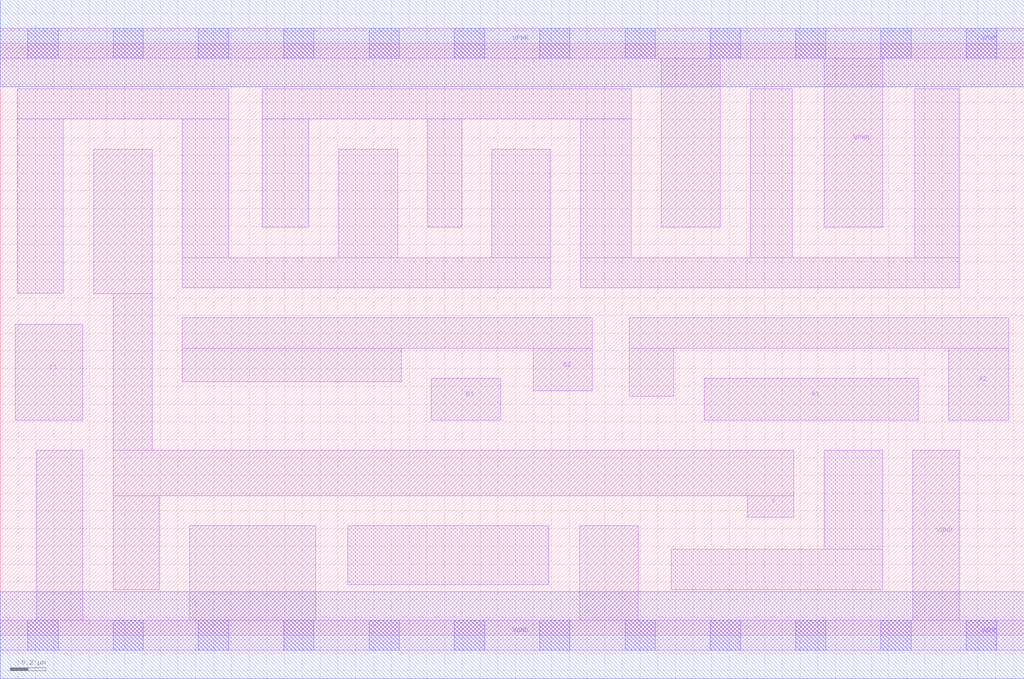
<source format=lef>
# Copyright 2020 The SkyWater PDK Authors
#
# Licensed under the Apache License, Version 2.0 (the "License");
# you may not use this file except in compliance with the License.
# You may obtain a copy of the License at
#
#     https://www.apache.org/licenses/LICENSE-2.0
#
# Unless required by applicable law or agreed to in writing, software
# distributed under the License is distributed on an "AS IS" BASIS,
# WITHOUT WARRANTIES OR CONDITIONS OF ANY KIND, either express or implied.
# See the License for the specific language governing permissions and
# limitations under the License.
#
# SPDX-License-Identifier: Apache-2.0

VERSION 5.7 ;
  NAMESCASESENSITIVE ON ;
  NOWIREEXTENSIONATPIN ON ;
  DIVIDERCHAR "/" ;
  BUSBITCHARS "[]" ;
UNITS
  DATABASE MICRONS 200 ;
END UNITS
MACRO sky130_fd_sc_lp__a221oi_2
  CLASS CORE ;
  SOURCE USER ;
  FOREIGN sky130_fd_sc_lp__a221oi_2 ;
  ORIGIN  0.000000  0.000000 ;
  SIZE  5.760000 BY  3.330000 ;
  SYMMETRY X Y R90 ;
  SITE unit ;
  PIN A1
    ANTENNAGATEAREA  0.630000 ;
    DIRECTION INPUT ;
    USE SIGNAL ;
    PORT
      LAYER li1 ;
        RECT 3.960000 1.210000 5.165000 1.445000 ;
    END
  END A1
  PIN A2
    ANTENNAGATEAREA  0.630000 ;
    DIRECTION INPUT ;
    USE SIGNAL ;
    PORT
      LAYER li1 ;
        RECT 3.540000 1.345000 3.790000 1.615000 ;
        RECT 3.540000 1.615000 5.675000 1.785000 ;
        RECT 5.335000 1.210000 5.675000 1.615000 ;
    END
  END A2
  PIN B1
    ANTENNAGATEAREA  0.630000 ;
    DIRECTION INPUT ;
    USE SIGNAL ;
    PORT
      LAYER li1 ;
        RECT 2.425000 1.210000 2.815000 1.445000 ;
    END
  END B1
  PIN B2
    ANTENNAGATEAREA  0.630000 ;
    DIRECTION INPUT ;
    USE SIGNAL ;
    PORT
      LAYER li1 ;
        RECT 1.025000 1.425000 2.255000 1.615000 ;
        RECT 1.025000 1.615000 3.330000 1.785000 ;
        RECT 3.000000 1.375000 3.330000 1.615000 ;
    END
  END B2
  PIN C1
    ANTENNAGATEAREA  0.630000 ;
    DIRECTION INPUT ;
    USE SIGNAL ;
    PORT
      LAYER li1 ;
        RECT 0.085000 1.210000 0.465000 1.750000 ;
    END
  END C1
  PIN Y
    ANTENNADIFFAREA  1.058400 ;
    DIRECTION OUTPUT ;
    USE SIGNAL ;
    PORT
      LAYER li1 ;
        RECT 0.525000 1.920000 0.855000 2.735000 ;
        RECT 0.635000 0.255000 0.895000 0.785000 ;
        RECT 0.635000 0.785000 4.465000 1.040000 ;
        RECT 0.635000 1.040000 0.855000 1.920000 ;
        RECT 4.205000 0.665000 4.465000 0.785000 ;
    END
  END Y
  PIN VGND
    DIRECTION INOUT ;
    USE GROUND ;
    PORT
      LAYER li1 ;
        RECT 0.000000 -0.085000 5.760000 0.085000 ;
        RECT 0.205000  0.085000 0.465000 1.040000 ;
        RECT 1.065000  0.085000 1.775000 0.615000 ;
        RECT 3.260000  0.085000 3.590000 0.615000 ;
        RECT 5.135000  0.085000 5.395000 1.040000 ;
      LAYER mcon ;
        RECT 0.155000 -0.085000 0.325000 0.085000 ;
        RECT 0.635000 -0.085000 0.805000 0.085000 ;
        RECT 1.115000 -0.085000 1.285000 0.085000 ;
        RECT 1.595000 -0.085000 1.765000 0.085000 ;
        RECT 2.075000 -0.085000 2.245000 0.085000 ;
        RECT 2.555000 -0.085000 2.725000 0.085000 ;
        RECT 3.035000 -0.085000 3.205000 0.085000 ;
        RECT 3.515000 -0.085000 3.685000 0.085000 ;
        RECT 3.995000 -0.085000 4.165000 0.085000 ;
        RECT 4.475000 -0.085000 4.645000 0.085000 ;
        RECT 4.955000 -0.085000 5.125000 0.085000 ;
        RECT 5.435000 -0.085000 5.605000 0.085000 ;
      LAYER met1 ;
        RECT 0.000000 -0.245000 5.760000 0.245000 ;
    END
  END VGND
  PIN VPWR
    DIRECTION INOUT ;
    USE POWER ;
    PORT
      LAYER li1 ;
        RECT 0.000000 3.245000 5.760000 3.415000 ;
        RECT 3.720000 2.295000 4.050000 3.245000 ;
        RECT 4.635000 2.295000 4.965000 3.245000 ;
      LAYER mcon ;
        RECT 0.155000 3.245000 0.325000 3.415000 ;
        RECT 0.635000 3.245000 0.805000 3.415000 ;
        RECT 1.115000 3.245000 1.285000 3.415000 ;
        RECT 1.595000 3.245000 1.765000 3.415000 ;
        RECT 2.075000 3.245000 2.245000 3.415000 ;
        RECT 2.555000 3.245000 2.725000 3.415000 ;
        RECT 3.035000 3.245000 3.205000 3.415000 ;
        RECT 3.515000 3.245000 3.685000 3.415000 ;
        RECT 3.995000 3.245000 4.165000 3.415000 ;
        RECT 4.475000 3.245000 4.645000 3.415000 ;
        RECT 4.955000 3.245000 5.125000 3.415000 ;
        RECT 5.435000 3.245000 5.605000 3.415000 ;
      LAYER met1 ;
        RECT 0.000000 3.085000 5.760000 3.575000 ;
    END
  END VPWR
  OBS
    LAYER li1 ;
      RECT 0.095000 1.925000 0.355000 2.905000 ;
      RECT 0.095000 2.905000 1.285000 3.075000 ;
      RECT 1.025000 1.955000 3.095000 2.125000 ;
      RECT 1.025000 2.125000 1.285000 2.905000 ;
      RECT 1.475000 2.295000 1.735000 2.905000 ;
      RECT 1.475000 2.905000 3.550000 3.075000 ;
      RECT 1.905000 2.125000 2.235000 2.735000 ;
      RECT 1.955000 0.285000 3.085000 0.615000 ;
      RECT 2.405000 2.295000 2.595000 2.905000 ;
      RECT 2.765000 2.125000 3.095000 2.735000 ;
      RECT 3.265000 1.955000 5.395000 2.125000 ;
      RECT 3.265000 2.125000 3.550000 2.905000 ;
      RECT 3.775000 0.255000 4.965000 0.485000 ;
      RECT 4.220000 2.125000 4.455000 3.075000 ;
      RECT 4.635000 0.485000 4.965000 1.040000 ;
      RECT 5.145000 2.125000 5.395000 3.075000 ;
  END
END sky130_fd_sc_lp__a221oi_2

</source>
